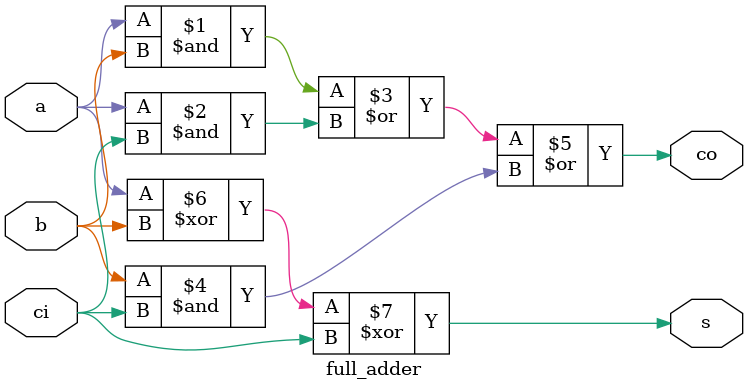
<source format=v>
`timescale 1ns/1ns

module full_adder (input a, b, ci, output co, s);
    assign #4 co = a & b | a & ci | b & ci;
    assign #3 s  = a ^ b ^ ci;
endmodule
</source>
